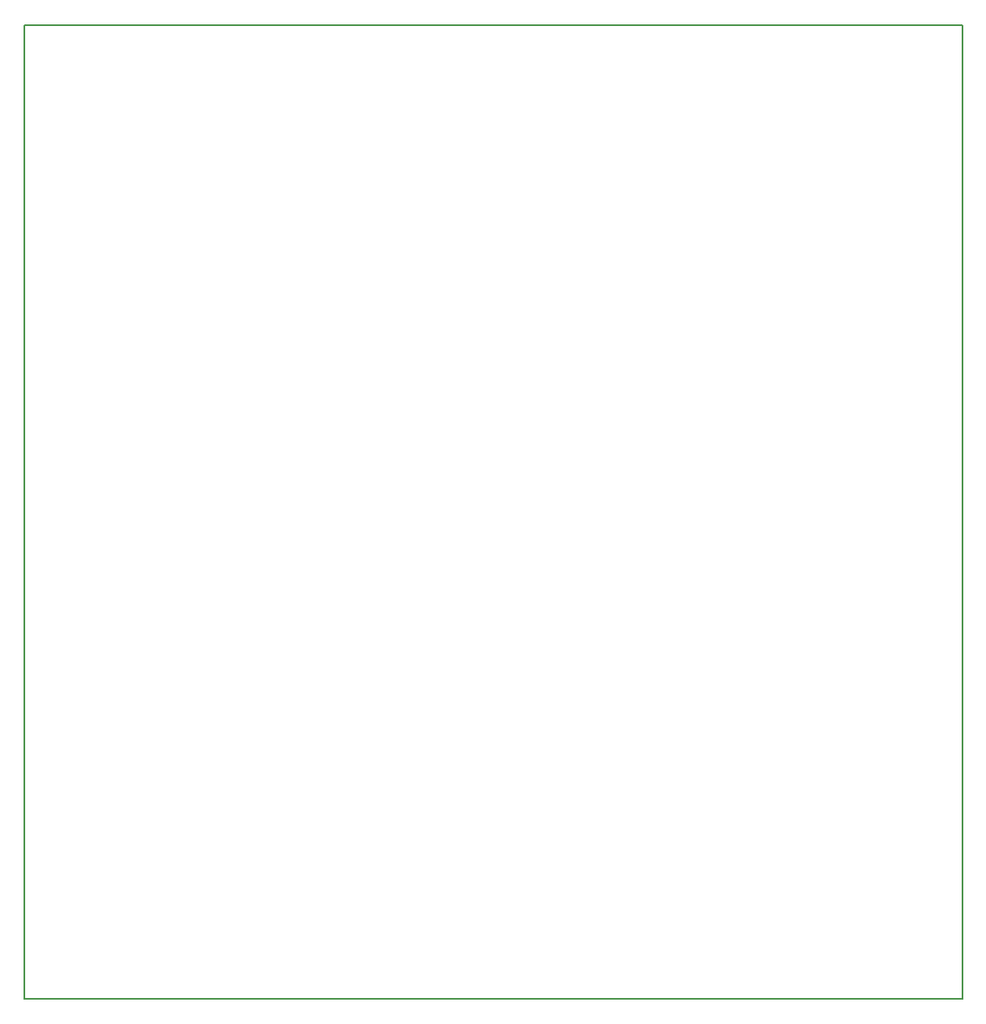
<source format=gbr>
%TF.GenerationSoftware,KiCad,Pcbnew,(5.1.6)-1*%
%TF.CreationDate,2021-05-12T17:33:29+01:00*%
%TF.ProjectId,HID_KEYPAD,4849445f-4b45-4595-9041-442e6b696361,rev?*%
%TF.SameCoordinates,Original*%
%TF.FileFunction,Profile,NP*%
%FSLAX46Y46*%
G04 Gerber Fmt 4.6, Leading zero omitted, Abs format (unit mm)*
G04 Created by KiCad (PCBNEW (5.1.6)-1) date 2021-05-12 17:33:29*
%MOMM*%
%LPD*%
G01*
G04 APERTURE LIST*
%TA.AperFunction,Profile*%
%ADD10C,0.150000*%
%TD*%
G04 APERTURE END LIST*
D10*
X112650000Y-149200000D02*
X112650000Y-51000000D01*
X112650000Y-51000000D02*
X207300000Y-51000000D01*
X207300000Y-149200000D02*
X112650000Y-149200000D01*
X207300000Y-51000000D02*
X207300000Y-149200000D01*
M02*

</source>
